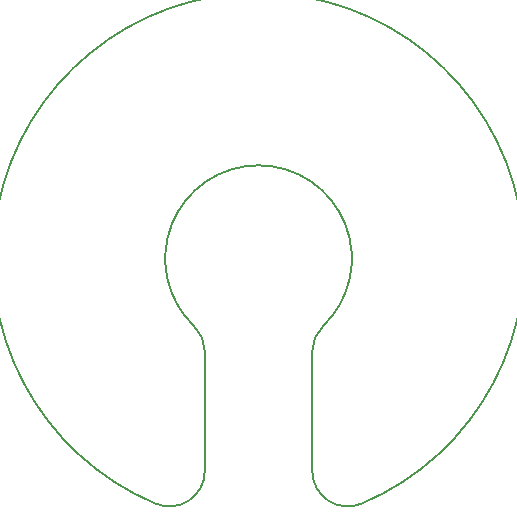
<source format=gbr>
%TF.GenerationSoftware,KiCad,Pcbnew,7.0.6*%
%TF.CreationDate,2024-04-30T01:46:30+02:00*%
%TF.ProjectId,amulet_encoder,616d756c-6574-45f6-956e-636f6465722e,1.0*%
%TF.SameCoordinates,PX7829b80PY6b49d20*%
%TF.FileFunction,Profile,NP*%
%FSLAX46Y46*%
G04 Gerber Fmt 4.6, Leading zero omitted, Abs format (unit mm)*
G04 Created by KiCad (PCBNEW 7.0.6) date 2024-04-30 01:46:30*
%MOMM*%
%LPD*%
G01*
G04 APERTURE LIST*
%TA.AperFunction,Profile*%
%ADD10C,0.200000*%
%TD*%
G04 APERTURE END LIST*
D10*
X13788456Y1754888D02*
G75*
G03*
X17950001Y4520917I1161544J2766012D01*
G01*
X17950001Y4520917D02*
X17950000Y14638225D01*
X31211538Y1754903D02*
G75*
G03*
X13788462Y1754903I-8711538J20745097D01*
G01*
X27050015Y4520915D02*
G75*
G03*
X31211538Y1754903I2999985J-15D01*
G01*
X27972018Y16802017D02*
G75*
G03*
X17027981Y16802017I-5472018J5697983D01*
G01*
X27049999Y14638225D02*
X27050000Y4520915D01*
X17950018Y14638225D02*
G75*
G03*
X17027981Y16802017I-3000018J-25D01*
G01*
X27972030Y16802004D02*
G75*
G03*
X27049999Y14638225I2077970J-2163804D01*
G01*
M02*

</source>
